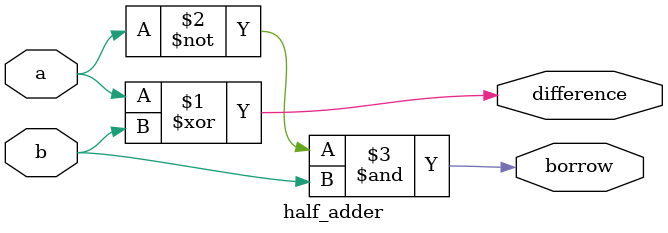
<source format=v>
`timescale 1ns / 1ps


module half_adder(
    input a, b,
    output difference, borrow

    );
    
assign difference = a ^ b;
assign borrow = ~a & b;

endmodule

</source>
